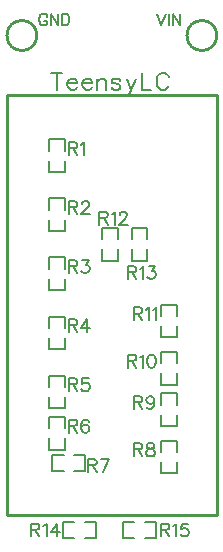
<source format=gto>
G04 Layer: TopSilkLayer*
G04 EasyEDA v6.4.25, 2022-02-03T13:57:38+11:00*
G04 a67cddfb3fce44daa9051d46cbbcc19f,10*
G04 Gerber Generator version 0.2*
G04 Scale: 100 percent, Rotated: No, Reflected: No *
G04 Dimensions in millimeters *
G04 leading zeros omitted , absolute positions ,4 integer and 5 decimal *
%FSLAX45Y45*%
%MOMM*%

%ADD10C,0.2540*%
%ADD17C,0.1524*%
%ADD18C,0.2032*%

%LPD*%
D18*
X547751Y4001383D02*
G01*
X547751Y3858127D01*
X499998Y4001383D02*
G01*
X595503Y4001383D01*
X640461Y3912737D02*
G01*
X722248Y3912737D01*
X722248Y3926453D01*
X715390Y3939915D01*
X708532Y3946773D01*
X695070Y3953631D01*
X674496Y3953631D01*
X661035Y3946773D01*
X647319Y3933057D01*
X640461Y3912737D01*
X640461Y3899021D01*
X647319Y3878701D01*
X661035Y3864985D01*
X674496Y3858127D01*
X695070Y3858127D01*
X708532Y3864985D01*
X722248Y3878701D01*
X767206Y3912737D02*
G01*
X848995Y3912737D01*
X848995Y3926453D01*
X842390Y3939915D01*
X835532Y3946773D01*
X821817Y3953631D01*
X801243Y3953631D01*
X787780Y3946773D01*
X774064Y3933057D01*
X767206Y3912737D01*
X767206Y3899021D01*
X774064Y3878701D01*
X787780Y3864985D01*
X801243Y3858127D01*
X821817Y3858127D01*
X835532Y3864985D01*
X848995Y3878701D01*
X894206Y3953631D02*
G01*
X894206Y3858127D01*
X894206Y3926453D02*
G01*
X914527Y3946773D01*
X928243Y3953631D01*
X948562Y3953631D01*
X962279Y3946773D01*
X969137Y3926453D01*
X969137Y3858127D01*
X1089025Y3933057D02*
G01*
X1082167Y3946773D01*
X1061846Y3953631D01*
X1041272Y3953631D01*
X1020953Y3946773D01*
X1014095Y3933057D01*
X1020953Y3919595D01*
X1034669Y3912737D01*
X1068704Y3905879D01*
X1082167Y3899021D01*
X1089025Y3885559D01*
X1089025Y3878701D01*
X1082167Y3864985D01*
X1061846Y3858127D01*
X1041272Y3858127D01*
X1020953Y3864985D01*
X1014095Y3878701D01*
X1140840Y3953631D02*
G01*
X1181735Y3858127D01*
X1222629Y3953631D02*
G01*
X1181735Y3858127D01*
X1168272Y3830949D01*
X1154556Y3817233D01*
X1140840Y3810375D01*
X1133982Y3810375D01*
X1267840Y4001383D02*
G01*
X1267840Y3858127D01*
X1267840Y3858127D02*
G01*
X1349629Y3858127D01*
X1496695Y3967347D02*
G01*
X1490090Y3980809D01*
X1476375Y3994525D01*
X1462659Y4001383D01*
X1435480Y4001383D01*
X1421764Y3994525D01*
X1408303Y3980809D01*
X1401445Y3967347D01*
X1394587Y3946773D01*
X1394587Y3912737D01*
X1401445Y3892163D01*
X1408303Y3878701D01*
X1421764Y3864985D01*
X1435480Y3858127D01*
X1462659Y3858127D01*
X1476375Y3864985D01*
X1490090Y3878701D01*
X1496695Y3892163D01*
D17*
X650001Y3415317D02*
G01*
X650001Y3306351D01*
X650001Y3415317D02*
G01*
X696737Y3415317D01*
X712231Y3410237D01*
X717565Y3404903D01*
X722645Y3394489D01*
X722645Y3384075D01*
X717565Y3373661D01*
X712231Y3368581D01*
X696737Y3363501D01*
X650001Y3363501D01*
X686323Y3363501D02*
G01*
X722645Y3306351D01*
X756935Y3394489D02*
G01*
X767349Y3399823D01*
X783097Y3415317D01*
X783097Y3306351D01*
X650001Y2915315D02*
G01*
X650001Y2806349D01*
X650001Y2915315D02*
G01*
X696737Y2915315D01*
X712231Y2910235D01*
X717565Y2904901D01*
X722645Y2894487D01*
X722645Y2884073D01*
X717565Y2873659D01*
X712231Y2868579D01*
X696737Y2863499D01*
X650001Y2863499D01*
X686323Y2863499D02*
G01*
X722645Y2806349D01*
X762269Y2889407D02*
G01*
X762269Y2894487D01*
X767349Y2904901D01*
X772683Y2910235D01*
X783097Y2915315D01*
X803671Y2915315D01*
X814085Y2910235D01*
X819419Y2904901D01*
X824499Y2894487D01*
X824499Y2884073D01*
X819419Y2873659D01*
X809005Y2858165D01*
X756935Y2806349D01*
X829833Y2806349D01*
X650001Y2415316D02*
G01*
X650001Y2306350D01*
X650001Y2415316D02*
G01*
X696737Y2415316D01*
X712231Y2410236D01*
X717565Y2404902D01*
X722645Y2394488D01*
X722645Y2384074D01*
X717565Y2373660D01*
X712231Y2368580D01*
X696737Y2363500D01*
X650001Y2363500D01*
X686323Y2363500D02*
G01*
X722645Y2306350D01*
X767349Y2415316D02*
G01*
X824499Y2415316D01*
X793511Y2373660D01*
X809005Y2373660D01*
X819419Y2368580D01*
X824499Y2363500D01*
X829833Y2347752D01*
X829833Y2337338D01*
X824499Y2321844D01*
X814085Y2311430D01*
X798591Y2306350D01*
X783097Y2306350D01*
X767349Y2311430D01*
X762269Y2316510D01*
X756935Y2326924D01*
X650001Y1915314D02*
G01*
X650001Y1806348D01*
X650001Y1915314D02*
G01*
X696737Y1915314D01*
X712231Y1910234D01*
X717565Y1904900D01*
X722645Y1894486D01*
X722645Y1884072D01*
X717565Y1873658D01*
X712231Y1868578D01*
X696737Y1863498D01*
X650001Y1863498D01*
X686323Y1863498D02*
G01*
X722645Y1806348D01*
X809005Y1915314D02*
G01*
X756935Y1842670D01*
X834913Y1842670D01*
X809005Y1915314D02*
G01*
X809005Y1806348D01*
X650001Y1415315D02*
G01*
X650001Y1306349D01*
X650001Y1415315D02*
G01*
X696737Y1415315D01*
X712231Y1410235D01*
X717565Y1404901D01*
X722645Y1394487D01*
X722645Y1384073D01*
X717565Y1373659D01*
X712231Y1368579D01*
X696737Y1363499D01*
X650001Y1363499D01*
X686323Y1363499D02*
G01*
X722645Y1306349D01*
X819419Y1415315D02*
G01*
X767349Y1415315D01*
X762269Y1368579D01*
X767349Y1373659D01*
X783097Y1378993D01*
X798591Y1378993D01*
X814085Y1373659D01*
X824499Y1363499D01*
X829833Y1347751D01*
X829833Y1337337D01*
X824499Y1321843D01*
X814085Y1311429D01*
X798591Y1306349D01*
X783097Y1306349D01*
X767349Y1311429D01*
X762269Y1316509D01*
X756935Y1326923D01*
X650001Y1065316D02*
G01*
X650001Y956350D01*
X650001Y1065316D02*
G01*
X696737Y1065316D01*
X712231Y1060236D01*
X717565Y1054902D01*
X722645Y1044488D01*
X722645Y1034074D01*
X717565Y1023660D01*
X712231Y1018580D01*
X696737Y1013500D01*
X650001Y1013500D01*
X686323Y1013500D02*
G01*
X722645Y956350D01*
X819419Y1049822D02*
G01*
X814085Y1060236D01*
X798591Y1065316D01*
X788177Y1065316D01*
X772683Y1060236D01*
X762269Y1044488D01*
X756935Y1018580D01*
X756935Y992672D01*
X762269Y971844D01*
X772683Y961430D01*
X788177Y956350D01*
X793511Y956350D01*
X809005Y961430D01*
X819419Y971844D01*
X824499Y987338D01*
X824499Y992672D01*
X819419Y1008166D01*
X809005Y1018580D01*
X793511Y1023660D01*
X788177Y1023660D01*
X772683Y1018580D01*
X762269Y1008166D01*
X756935Y992672D01*
X815002Y730316D02*
G01*
X815002Y621350D01*
X815002Y730316D02*
G01*
X861738Y730316D01*
X877232Y725236D01*
X882566Y719902D01*
X887646Y709488D01*
X887646Y699074D01*
X882566Y688660D01*
X877232Y683580D01*
X861738Y678500D01*
X815002Y678500D01*
X851324Y678500D02*
G01*
X887646Y621350D01*
X994834Y730316D02*
G01*
X942764Y621350D01*
X921936Y730316D02*
G01*
X994834Y730316D01*
X1200000Y865317D02*
G01*
X1200000Y756351D01*
X1200000Y865317D02*
G01*
X1246736Y865317D01*
X1262230Y860237D01*
X1267564Y854903D01*
X1272644Y844489D01*
X1272644Y834075D01*
X1267564Y823661D01*
X1262230Y818581D01*
X1246736Y813501D01*
X1200000Y813501D01*
X1236322Y813501D02*
G01*
X1272644Y756351D01*
X1333096Y865317D02*
G01*
X1317348Y860237D01*
X1312268Y849823D01*
X1312268Y839409D01*
X1317348Y828995D01*
X1327762Y823661D01*
X1348590Y818581D01*
X1364084Y813501D01*
X1374498Y803087D01*
X1379832Y792673D01*
X1379832Y776925D01*
X1374498Y766511D01*
X1369418Y761431D01*
X1353670Y756351D01*
X1333096Y756351D01*
X1317348Y761431D01*
X1312268Y766511D01*
X1306934Y776925D01*
X1306934Y792673D01*
X1312268Y803087D01*
X1322682Y813501D01*
X1338176Y818581D01*
X1359004Y823661D01*
X1369418Y828995D01*
X1374498Y839409D01*
X1374498Y849823D01*
X1369418Y860237D01*
X1353670Y865317D01*
X1333096Y865317D01*
X1200000Y1265316D02*
G01*
X1200000Y1156350D01*
X1200000Y1265316D02*
G01*
X1246736Y1265316D01*
X1262230Y1260236D01*
X1267564Y1254902D01*
X1272644Y1244488D01*
X1272644Y1234074D01*
X1267564Y1223660D01*
X1262230Y1218580D01*
X1246736Y1213500D01*
X1200000Y1213500D01*
X1236322Y1213500D02*
G01*
X1272644Y1156350D01*
X1374498Y1228994D02*
G01*
X1369418Y1213500D01*
X1359004Y1203086D01*
X1343510Y1197752D01*
X1338176Y1197752D01*
X1322682Y1203086D01*
X1312268Y1213500D01*
X1306934Y1228994D01*
X1306934Y1234074D01*
X1312268Y1249822D01*
X1322682Y1260236D01*
X1338176Y1265316D01*
X1343510Y1265316D01*
X1359004Y1260236D01*
X1369418Y1249822D01*
X1374498Y1228994D01*
X1374498Y1203086D01*
X1369418Y1176924D01*
X1359004Y1161430D01*
X1343510Y1156350D01*
X1333096Y1156350D01*
X1317348Y1161430D01*
X1312268Y1171844D01*
X1150000Y1615315D02*
G01*
X1150000Y1506349D01*
X1150000Y1615315D02*
G01*
X1196736Y1615315D01*
X1212230Y1610235D01*
X1217564Y1604901D01*
X1222644Y1594487D01*
X1222644Y1584073D01*
X1217564Y1573659D01*
X1212230Y1568579D01*
X1196736Y1563499D01*
X1150000Y1563499D01*
X1186322Y1563499D02*
G01*
X1222644Y1506349D01*
X1256934Y1594487D02*
G01*
X1267348Y1599821D01*
X1283096Y1615315D01*
X1283096Y1506349D01*
X1348374Y1615315D02*
G01*
X1332880Y1610235D01*
X1322466Y1594487D01*
X1317386Y1568579D01*
X1317386Y1553085D01*
X1322466Y1526923D01*
X1332880Y1511429D01*
X1348374Y1506349D01*
X1358788Y1506349D01*
X1374536Y1511429D01*
X1384950Y1526923D01*
X1390030Y1553085D01*
X1390030Y1568579D01*
X1384950Y1594487D01*
X1374536Y1610235D01*
X1358788Y1615315D01*
X1348374Y1615315D01*
X1200000Y2015317D02*
G01*
X1200000Y1906351D01*
X1200000Y2015317D02*
G01*
X1246736Y2015317D01*
X1262230Y2010237D01*
X1267564Y2004903D01*
X1272644Y1994489D01*
X1272644Y1984075D01*
X1267564Y1973661D01*
X1262230Y1968581D01*
X1246736Y1963501D01*
X1200000Y1963501D01*
X1236322Y1963501D02*
G01*
X1272644Y1906351D01*
X1306934Y1994489D02*
G01*
X1317348Y1999823D01*
X1333096Y2015317D01*
X1333096Y1906351D01*
X1367386Y1994489D02*
G01*
X1377800Y1999823D01*
X1393294Y2015317D01*
X1393294Y1906351D01*
X910000Y2825318D02*
G01*
X910000Y2716352D01*
X910000Y2825318D02*
G01*
X956736Y2825318D01*
X972230Y2820238D01*
X977564Y2814904D01*
X982644Y2804490D01*
X982644Y2794076D01*
X977564Y2783662D01*
X972230Y2778582D01*
X956736Y2773502D01*
X910000Y2773502D01*
X946322Y2773502D02*
G01*
X982644Y2716352D01*
X1016934Y2804490D02*
G01*
X1027348Y2809824D01*
X1043096Y2825318D01*
X1043096Y2716352D01*
X1082466Y2799410D02*
G01*
X1082466Y2804490D01*
X1087800Y2814904D01*
X1092880Y2820238D01*
X1103294Y2825318D01*
X1124122Y2825318D01*
X1134536Y2820238D01*
X1139616Y2814904D01*
X1144950Y2804490D01*
X1144950Y2794076D01*
X1139616Y2783662D01*
X1129202Y2768168D01*
X1077386Y2716352D01*
X1150030Y2716352D01*
X1150000Y2365316D02*
G01*
X1150000Y2256350D01*
X1150000Y2365316D02*
G01*
X1196736Y2365316D01*
X1212230Y2360236D01*
X1217564Y2354902D01*
X1222644Y2344488D01*
X1222644Y2334074D01*
X1217564Y2323660D01*
X1212230Y2318580D01*
X1196736Y2313500D01*
X1150000Y2313500D01*
X1186322Y2313500D02*
G01*
X1222644Y2256350D01*
X1256934Y2344488D02*
G01*
X1267348Y2349822D01*
X1283096Y2365316D01*
X1283096Y2256350D01*
X1327800Y2365316D02*
G01*
X1384950Y2365316D01*
X1353708Y2323660D01*
X1369202Y2323660D01*
X1379616Y2318580D01*
X1384950Y2313500D01*
X1390030Y2297752D01*
X1390030Y2287338D01*
X1384950Y2271844D01*
X1374536Y2261430D01*
X1358788Y2256350D01*
X1343294Y2256350D01*
X1327800Y2261430D01*
X1322466Y2266510D01*
X1317386Y2276924D01*
X329999Y185315D02*
G01*
X329999Y76349D01*
X329999Y185315D02*
G01*
X376735Y185315D01*
X392229Y180235D01*
X397563Y174901D01*
X402643Y164487D01*
X402643Y154073D01*
X397563Y143659D01*
X392229Y138579D01*
X376735Y133499D01*
X329999Y133499D01*
X366321Y133499D02*
G01*
X402643Y76349D01*
X436933Y164487D02*
G01*
X447347Y169821D01*
X463095Y185315D01*
X463095Y76349D01*
X549201Y185315D02*
G01*
X497385Y112671D01*
X575109Y112671D01*
X549201Y185315D02*
G01*
X549201Y76349D01*
X1429999Y185315D02*
G01*
X1429999Y76349D01*
X1429999Y185315D02*
G01*
X1476735Y185315D01*
X1492229Y180235D01*
X1497563Y174901D01*
X1502643Y164487D01*
X1502643Y154073D01*
X1497563Y143659D01*
X1492229Y138579D01*
X1476735Y133499D01*
X1429999Y133499D01*
X1466321Y133499D02*
G01*
X1502643Y76349D01*
X1536933Y164487D02*
G01*
X1547347Y169821D01*
X1563095Y185315D01*
X1563095Y76349D01*
X1659615Y185315D02*
G01*
X1607799Y185315D01*
X1602465Y138579D01*
X1607799Y143659D01*
X1623293Y148993D01*
X1638787Y148993D01*
X1654535Y143659D01*
X1664949Y133499D01*
X1670029Y117751D01*
X1670029Y107337D01*
X1664949Y91843D01*
X1654535Y81429D01*
X1638787Y76349D01*
X1623293Y76349D01*
X1607799Y81429D01*
X1602465Y86509D01*
X1597385Y96923D01*
X468071Y4478233D02*
G01*
X463753Y4487377D01*
X454609Y4496267D01*
X445465Y4500839D01*
X427177Y4500839D01*
X418287Y4496267D01*
X409143Y4487377D01*
X404571Y4478233D01*
X399999Y4464517D01*
X399999Y4441911D01*
X404571Y4428195D01*
X409143Y4419051D01*
X418287Y4409907D01*
X427177Y4405335D01*
X445465Y4405335D01*
X454609Y4409907D01*
X463753Y4419051D01*
X468071Y4428195D01*
X468071Y4441911D01*
X445465Y4441911D02*
G01*
X468071Y4441911D01*
X498297Y4500839D02*
G01*
X498297Y4405335D01*
X498297Y4500839D02*
G01*
X561797Y4405335D01*
X561797Y4500839D02*
G01*
X561797Y4405335D01*
X591769Y4500839D02*
G01*
X591769Y4405335D01*
X591769Y4500839D02*
G01*
X623519Y4500839D01*
X637235Y4496267D01*
X646379Y4487377D01*
X650951Y4478233D01*
X655523Y4464517D01*
X655523Y4441911D01*
X650951Y4428195D01*
X646379Y4419051D01*
X637235Y4409907D01*
X623519Y4405335D01*
X591769Y4405335D01*
X1399999Y4500839D02*
G01*
X1436321Y4405335D01*
X1472643Y4500839D02*
G01*
X1436321Y4405335D01*
X1502615Y4500839D02*
G01*
X1502615Y4405335D01*
X1532841Y4500839D02*
G01*
X1532841Y4405335D01*
X1532841Y4500839D02*
G01*
X1596341Y4405335D01*
X1596341Y4500839D02*
G01*
X1596341Y4405335D01*
D10*
X1905000Y3810000D02*
G01*
X1905000Y254000D01*
X127000Y254000D01*
X127000Y3810000D01*
X1905000Y3810000D01*
D17*
X616059Y3342622D02*
G01*
X616059Y3438509D01*
X483938Y3438509D01*
X483938Y3342622D01*
X616059Y3257379D02*
G01*
X616059Y3161492D01*
X483938Y3161492D01*
X483938Y3257379D01*
X616059Y2842620D02*
G01*
X616059Y2938508D01*
X483938Y2938508D01*
X483938Y2842620D01*
X616059Y2757378D02*
G01*
X616059Y2661490D01*
X483938Y2661490D01*
X483938Y2757378D01*
X616059Y2342621D02*
G01*
X616059Y2438509D01*
X483938Y2438509D01*
X483938Y2342621D01*
X616059Y2257379D02*
G01*
X616059Y2161491D01*
X483938Y2161491D01*
X483938Y2257379D01*
X616059Y1842620D02*
G01*
X616059Y1938507D01*
X483938Y1938507D01*
X483938Y1842620D01*
X616059Y1757377D02*
G01*
X616059Y1661490D01*
X483938Y1661490D01*
X483938Y1757377D01*
X616059Y1342621D02*
G01*
X616059Y1438508D01*
X483938Y1438508D01*
X483938Y1342621D01*
X616059Y1257378D02*
G01*
X616059Y1161491D01*
X483938Y1161491D01*
X483938Y1257378D01*
X616059Y992621D02*
G01*
X616059Y1088509D01*
X483938Y1088509D01*
X483938Y992621D01*
X616059Y907379D02*
G01*
X616059Y811491D01*
X483938Y811491D01*
X483938Y907379D01*
X607380Y766061D02*
G01*
X511492Y766061D01*
X511492Y633940D01*
X607380Y633940D01*
X692622Y766061D02*
G01*
X788509Y766061D01*
X788509Y633940D01*
X692622Y633940D01*
X1566059Y792622D02*
G01*
X1566059Y888509D01*
X1433939Y888509D01*
X1433939Y792622D01*
X1566059Y707379D02*
G01*
X1566059Y611492D01*
X1433939Y611492D01*
X1433939Y707379D01*
X1566059Y1192621D02*
G01*
X1566059Y1288508D01*
X1433939Y1288508D01*
X1433939Y1192621D01*
X1566059Y1107379D02*
G01*
X1566059Y1011491D01*
X1433939Y1011491D01*
X1433939Y1107379D01*
X1566059Y1542620D02*
G01*
X1566059Y1638508D01*
X1433939Y1638508D01*
X1433939Y1542620D01*
X1566059Y1457378D02*
G01*
X1566059Y1361490D01*
X1433939Y1361490D01*
X1433939Y1457378D01*
X1566059Y1942622D02*
G01*
X1566059Y2038510D01*
X1433939Y2038510D01*
X1433939Y1942622D01*
X1566059Y1857380D02*
G01*
X1566059Y1761492D01*
X1433939Y1761492D01*
X1433939Y1857380D01*
X1066060Y2592621D02*
G01*
X1066060Y2688508D01*
X933940Y2688508D01*
X933940Y2592621D01*
X1066060Y2507378D02*
G01*
X1066060Y2411491D01*
X933940Y2411491D01*
X933940Y2507378D01*
X1316060Y2592621D02*
G01*
X1316060Y2688508D01*
X1183939Y2688508D01*
X1183939Y2592621D01*
X1316060Y2507378D02*
G01*
X1316060Y2411491D01*
X1183939Y2411491D01*
X1183939Y2507378D01*
X784621Y63939D02*
G01*
X880508Y63939D01*
X880508Y196060D01*
X784621Y196060D01*
X699378Y63939D02*
G01*
X603491Y63939D01*
X603491Y196060D01*
X699378Y196060D01*
X1292621Y63939D02*
G01*
X1388508Y63939D01*
X1388508Y196060D01*
X1292621Y196060D01*
X1207378Y63939D02*
G01*
X1111491Y63939D01*
X1111491Y196060D01*
X1207378Y196060D01*
D10*
G75*
G01
X381000Y4318000D02*
G03X381000Y4318000I-127000J0D01*
G75*
G01
X1905000Y4318000D02*
G03X1905000Y4318000I-127000J0D01*
M02*

</source>
